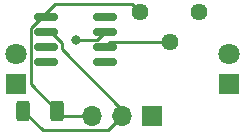
<source format=gbr>
%TF.GenerationSoftware,KiCad,Pcbnew,(6.0.4)*%
%TF.CreationDate,2024-08-12T15:42:03+08:00*%
%TF.ProjectId,laser tanks,6c617365-7220-4746-916e-6b732e6b6963,rev?*%
%TF.SameCoordinates,Original*%
%TF.FileFunction,Copper,L2,Bot*%
%TF.FilePolarity,Positive*%
%FSLAX46Y46*%
G04 Gerber Fmt 4.6, Leading zero omitted, Abs format (unit mm)*
G04 Created by KiCad (PCBNEW (6.0.4)) date 2024-08-12 15:42:03*
%MOMM*%
%LPD*%
G01*
G04 APERTURE LIST*
G04 Aperture macros list*
%AMRoundRect*
0 Rectangle with rounded corners*
0 $1 Rounding radius*
0 $2 $3 $4 $5 $6 $7 $8 $9 X,Y pos of 4 corners*
0 Add a 4 corners polygon primitive as box body*
4,1,4,$2,$3,$4,$5,$6,$7,$8,$9,$2,$3,0*
0 Add four circle primitives for the rounded corners*
1,1,$1+$1,$2,$3*
1,1,$1+$1,$4,$5*
1,1,$1+$1,$6,$7*
1,1,$1+$1,$8,$9*
0 Add four rect primitives between the rounded corners*
20,1,$1+$1,$2,$3,$4,$5,0*
20,1,$1+$1,$4,$5,$6,$7,0*
20,1,$1+$1,$6,$7,$8,$9,0*
20,1,$1+$1,$8,$9,$2,$3,0*%
G04 Aperture macros list end*
%TA.AperFunction,ComponentPad*%
%ADD10C,1.440000*%
%TD*%
%TA.AperFunction,ComponentPad*%
%ADD11R,1.800000X1.800000*%
%TD*%
%TA.AperFunction,ComponentPad*%
%ADD12C,1.800000*%
%TD*%
%TA.AperFunction,SMDPad,CuDef*%
%ADD13RoundRect,0.150000X0.825000X0.150000X-0.825000X0.150000X-0.825000X-0.150000X0.825000X-0.150000X0*%
%TD*%
%TA.AperFunction,SMDPad,CuDef*%
%ADD14RoundRect,0.250000X0.312500X0.625000X-0.312500X0.625000X-0.312500X-0.625000X0.312500X-0.625000X0*%
%TD*%
%TA.AperFunction,ComponentPad*%
%ADD15R,1.700000X1.700000*%
%TD*%
%TA.AperFunction,ComponentPad*%
%ADD16O,1.700000X1.700000*%
%TD*%
%TA.AperFunction,ViaPad*%
%ADD17C,0.800000*%
%TD*%
%TA.AperFunction,Conductor*%
%ADD18C,0.250000*%
%TD*%
G04 APERTURE END LIST*
D10*
%TO.P,RV1,1,1*%
%TO.N,VCC*%
X116475000Y-102675000D03*
%TO.P,RV1,2,2*%
%TO.N,Net-(RV1-Pad2)*%
X118975000Y-105175000D03*
%TO.P,RV1,3,3*%
%TO.N,GND*%
X121475000Y-102675000D03*
%TD*%
D11*
%TO.P,Q2,1,C*%
%TO.N,Net-(Q1-Pad1)*%
X124000000Y-108770000D03*
D12*
%TO.P,Q2,2,E*%
%TO.N,Net-(Q1-Pad2)*%
X124000000Y-106230000D03*
%TD*%
D11*
%TO.P,Q1,1,C*%
%TO.N,Net-(Q1-Pad1)*%
X106000000Y-108770000D03*
D12*
%TO.P,Q1,2,E*%
%TO.N,Net-(Q1-Pad2)*%
X106000000Y-106230000D03*
%TD*%
D13*
%TO.P,U1,1,GND*%
%TO.N,GND*%
X113475000Y-103095000D03*
%TO.P,U1,2,+*%
%TO.N,Net-(Q1-Pad1)*%
X113475000Y-104365000D03*
%TO.P,U1,3,-*%
%TO.N,Net-(RV1-Pad2)*%
X113475000Y-105635000D03*
%TO.P,U1,4,V-*%
%TO.N,GND*%
X113475000Y-106905000D03*
%TO.P,U1,5,BAL*%
%TO.N,unconnected-(U1-Pad5)*%
X108525000Y-106905000D03*
%TO.P,U1,6,STRB*%
%TO.N,unconnected-(U1-Pad6)*%
X108525000Y-105635000D03*
%TO.P,U1,7*%
%TO.N,Net-(J1-Pad2)*%
X108525000Y-104365000D03*
%TO.P,U1,8,V+*%
%TO.N,VCC*%
X108525000Y-103095000D03*
%TD*%
D14*
%TO.P,R2,1*%
%TO.N,VCC*%
X109462500Y-111000000D03*
%TO.P,R2,2*%
%TO.N,Net-(J1-Pad2)*%
X106537500Y-111000000D03*
%TD*%
D15*
%TO.P,J1,1,Pin_1*%
%TO.N,GND*%
X117500000Y-111500000D03*
D16*
%TO.P,J1,2,Pin_2*%
%TO.N,Net-(J1-Pad2)*%
X114960000Y-111500000D03*
%TO.P,J1,3,Pin_3*%
%TO.N,VCC*%
X112420000Y-111500000D03*
%TD*%
D17*
%TO.N,Net-(Q1-Pad1)*%
X111000000Y-105000000D03*
%TD*%
D18*
%TO.N,VCC*%
X109243928Y-102000000D02*
X115800000Y-102000000D01*
X107225480Y-104018448D02*
X109243928Y-102000000D01*
X107225480Y-108762980D02*
X107225480Y-104018448D01*
X109462500Y-111000000D02*
X107225480Y-108762980D01*
X115800000Y-102000000D02*
X116475000Y-102675000D01*
%TO.N,Net-(RV1-Pad2)*%
X118975000Y-105175000D02*
X113935000Y-105175000D01*
X113935000Y-105175000D02*
X113475000Y-105635000D01*
%TO.N,Net-(Q1-Pad1)*%
X112840000Y-105000000D02*
X113475000Y-104365000D01*
X111000000Y-105000000D02*
X112840000Y-105000000D01*
%TO.N,Net-(J1-Pad2)*%
X109824520Y-105824520D02*
X109824520Y-105288448D01*
X108901072Y-104365000D02*
X108525000Y-104365000D01*
X114960000Y-110960000D02*
X109824520Y-105824520D01*
X114960000Y-111500000D02*
X114960000Y-110960000D01*
X109824520Y-105288448D02*
X108901072Y-104365000D01*
X113785489Y-112674511D02*
X108212011Y-112674511D01*
X114960000Y-111500000D02*
X113785489Y-112674511D01*
X108212011Y-112674511D02*
X106537500Y-111000000D01*
%TO.N,VCC*%
X109962500Y-111500000D02*
X109462500Y-111000000D01*
X112420000Y-111500000D02*
X109962500Y-111500000D01*
%TD*%
M02*

</source>
